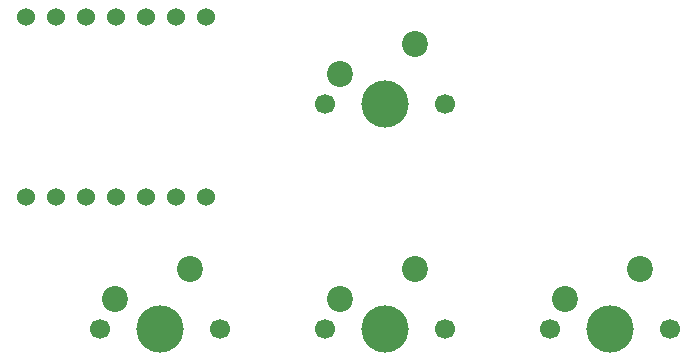
<source format=gbr>
%TF.GenerationSoftware,KiCad,Pcbnew,9.0.3*%
%TF.CreationDate,2025-07-11T18:10:02-07:00*%
%TF.ProjectId,hackpad,6861636b-7061-4642-9e6b-696361645f70,rev?*%
%TF.SameCoordinates,Original*%
%TF.FileFunction,Soldermask,Bot*%
%TF.FilePolarity,Negative*%
%FSLAX46Y46*%
G04 Gerber Fmt 4.6, Leading zero omitted, Abs format (unit mm)*
G04 Created by KiCad (PCBNEW 9.0.3) date 2025-07-11 18:10:02*
%MOMM*%
%LPD*%
G01*
G04 APERTURE LIST*
%ADD10C,1.700000*%
%ADD11C,4.000000*%
%ADD12C,2.200000*%
%ADD13C,1.524000*%
G04 APERTURE END LIST*
D10*
%TO.C,SW1*%
X137795000Y-35718750D03*
D11*
X142875000Y-35718750D03*
D10*
X147955000Y-35718750D03*
D12*
X145415000Y-30638750D03*
X139065000Y-33178750D03*
%TD*%
D10*
%TO.C,SW2*%
X118745000Y-54768750D03*
D11*
X123825000Y-54768750D03*
D10*
X128905000Y-54768750D03*
D12*
X126365000Y-49688750D03*
X120015000Y-52228750D03*
%TD*%
D10*
%TO.C,SW3*%
X156845000Y-54768750D03*
D11*
X161925000Y-54768750D03*
D10*
X167005000Y-54768750D03*
D12*
X164465000Y-49688750D03*
X158115000Y-52228750D03*
%TD*%
D13*
%TO.C,U1*%
X112480000Y-43620000D03*
X115020000Y-43620000D03*
X117560000Y-43620000D03*
X120100000Y-43620000D03*
X122640000Y-43620000D03*
X125180000Y-43620000D03*
X127720000Y-43620000D03*
X127720000Y-28380000D03*
X125180000Y-28380000D03*
X122640000Y-28380000D03*
X120100000Y-28380000D03*
X117560000Y-28380000D03*
X115020000Y-28380000D03*
X112480000Y-28380000D03*
%TD*%
D10*
%TO.C,SW4*%
X137795000Y-54768750D03*
D11*
X142875000Y-54768750D03*
D10*
X147955000Y-54768750D03*
D12*
X145415000Y-49688750D03*
X139065000Y-52228750D03*
%TD*%
M02*

</source>
